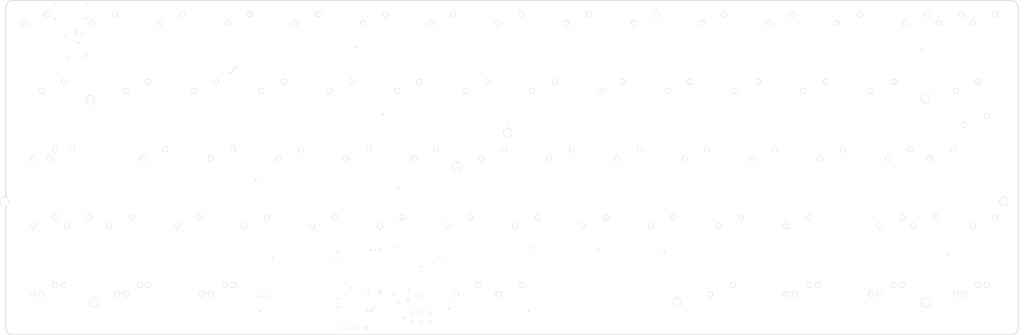
<source format=kicad_pcb>
(kicad_pcb (version 4) (generator "gerbview") (generator_version "8.0")

  (layers 
    (0 F.Cu signal)
    (31 B.Cu signal)
    (32 B.Adhes user)
    (33 F.Adhes user)
    (34 B.Paste user)
    (35 F.Paste user)
    (36 B.SilkS user)
    (37 F.SilkS user)
    (38 B.Mask user)
    (39 F.Mask user)
    (40 Dwgs.User user)
    (41 Cmts.User user)
    (42 Eco1.User user)
    (43 Eco2.User user)
    (44 Edge.Cuts user)
  )

(gr_line (start 283.225 0.525) (end 2.525 0.525) (layer Edge.Cuts) (width 0.2))
(gr_arc (start 2.525 2.525) (end 0.525 2.525) (angle 90) (layer Edge.Cuts) (width 0.2))
(gr_arc (start 283.225 92.72506) (end 285.225 92.72506) (angle 90) (layer Edge.Cuts) (width 0.2))
(gr_line (start 2.525 94.72506) (end 283.225 94.72506) (layer Edge.Cuts) (width 0.2))
(gr_line (start 0.525 2.525) (end 0.525 92.72506) (layer Edge.Cuts) (width 0.2))
(gr_arc (start 283.225 2.525) (end 283.225 0.525) (angle 90) (layer Edge.Cuts) (width 0.2))
(gr_arc (start 2.525 92.72506) (end 2.525 94.72506) (angle 90) (layer Edge.Cuts) (width 0.2))
(gr_line (start 285.225 92.72506) (end 285.225 2.525) (layer Edge.Cuts) (width 0.2))
(gr_circle (center 17.26438 10.71626) (end 17.46377 10.71626)(layer Dwgs.User) (width 0) (fill solid) )
(gr_circle (center 17.85874 16.67002) (end 18.05813 16.67002)(layer Dwgs.User) (width 0) (fill solid) )
(gr_circle (center 19.99996 9.779) (end 20.19935 9.779)(layer Dwgs.User) (width 0) (fill solid) )
(gr_circle (center 20.07616 8.93064) (end 20.27555 8.93064)(layer Dwgs.User) (width 0) (fill solid) )
(gr_circle (center 20.83562 12.50188) (end 21.03501 12.50188)(layer Dwgs.User) (width 0) (fill solid) )
(gr_circle (center 22.02688 10.11936) (end 22.22627 10.11936)(layer Dwgs.User) (width 0) (fill solid) )
(gr_circle (center 22.0345 16.6624) (end 22.23389 16.6624)(layer Dwgs.User) (width 0) (fill solid) )
(gr_circle (center 22.62124 16.07312) (end 22.82063 16.07312)(layer Dwgs.User) (width 0) (fill solid) )
(gr_circle (center 23.21814 15.47876) (end 23.41753 15.47876)(layer Dwgs.User) (width 0) (fill solid) )
(gr_circle (center 63.58636 20.94738) (end 63.78575 20.94738)(layer Dwgs.User) (width 0) (fill solid) )
(gr_circle (center 64.29502 20.24126) (end 64.49441 20.24126)(layer Dwgs.User) (width 0) (fill solid) )
(gr_circle (center 65.00114 19.5326) (end 65.20053 19.5326)(layer Dwgs.User) (width 0) (fill solid) )
(gr_circle (center 70.84314 51.19624) (end 71.04253 51.19624)(layer Dwgs.User) (width 0) (fill solid) )
(gr_circle (center 72.03186 83.93938) (end 72.23125 83.93938)(layer Dwgs.User) (width 0) (fill solid) )
(gr_circle (center 72.03186 88.10752) (end 72.23125 88.10752)(layer Dwgs.User) (width 0) (fill solid) )
(gr_circle (center 73.22312 83.93938) (end 73.42251 83.93938)(layer Dwgs.User) (width 0) (fill solid) )
(gr_circle (center 74.41438 83.93938) (end 74.61377 83.93938)(layer Dwgs.User) (width 0) (fill solid) )
(gr_circle (center 75.60564 73.22312) (end 75.80503 73.22312)(layer Dwgs.User) (width 0) (fill solid) )
(gr_circle (center 93.46438 73.03516) (end 93.66377 73.03516)(layer Dwgs.User) (width 0) (fill solid) )
(gr_circle (center 94.05874 71.4375) (end 94.25813 71.4375)(layer Dwgs.User) (width 0) (fill solid) )
(gr_circle (center 94.05874 84.53374) (end 94.25813 84.53374)(layer Dwgs.User) (width 0) (fill solid) )
(gr_circle (center 94.05874 86.91626) (end 94.25813 86.91626)(layer Dwgs.User) (width 0) (fill solid) )
(gr_circle (center 97.63252 81.55686) (end 97.83191 81.55686)(layer Dwgs.User) (width 0) (fill solid) )
(gr_circle (center 98.82124 13.69314) (end 99.02063 13.69314)(layer Dwgs.User) (width 0) (fill solid) )
(gr_circle (center 102.1461 88.14816) (end 102.34549 88.14816)(layer Dwgs.User) (width 0) (fill solid) )
(gr_circle (center 102.39502 83.31454) (end 102.59441 83.31454)(layer Dwgs.User) (width 0) (fill solid) )
(gr_circle (center 102.98938 70.84314) (end 103.18877 70.84314)(layer Dwgs.User) (width 0) (fill solid) )
(gr_circle (center 102.98938 88.10752) (end 103.18877 88.10752)(layer Dwgs.User) (width 0) (fill solid) )
(gr_circle (center 103.58374 87.51062) (end 103.78313 87.51062)(layer Dwgs.User) (width 0) (fill solid) )
(gr_circle (center 104.18064 86.91626) (end 104.38003 86.91626)(layer Dwgs.User) (width 0) (fill solid) )
(gr_circle (center 104.37114 70.84314) (end 104.57053 70.84314)(layer Dwgs.User) (width 0) (fill solid) )
(gr_circle (center 105.76052 70.84314) (end 105.95991 70.84314)(layer Dwgs.User) (width 0) (fill solid) )
(gr_circle (center 105.78084 82.56524) (end 105.98023 82.56524)(layer Dwgs.User) (width 0) (fill solid) )
(gr_circle (center 105.96626 83.34502) (end 106.16565 83.34502)(layer Dwgs.User) (width 0) (fill solid) )
(gr_circle (center 106.56062 32.74314) (end 106.76001 32.74314)(layer Dwgs.User) (width 0) (fill solid) )
(gr_circle (center 109.5375 83.34502) (end 109.73689 83.34502)(layer Dwgs.User) (width 0) (fill solid) )
(gr_circle (center 109.75086 70.08622) (end 109.95025 70.08622)(layer Dwgs.User) (width 0) (fill solid) )
(gr_circle (center 110.72876 53.57876) (end 110.92815 53.57876)(layer Dwgs.User) (width 0) (fill solid) )
(gr_circle (center 110.72876 85.69452) (end 110.92815 85.69452)(layer Dwgs.User) (width 0) (fill solid) )
(gr_circle (center 112.51438 89.89314) (end 112.71377 89.89314)(layer Dwgs.User) (width 0) (fill solid) )
(gr_circle (center 113.61674 85.06968) (end 113.81613 85.06968)(layer Dwgs.User) (width 0) (fill solid) )
(gr_circle (center 113.70564 82.15376) (end 113.90503 82.15376)(layer Dwgs.User) (width 0) (fill solid) )
(gr_circle (center 117.27688 75.60564) (end 117.47627 75.60564)(layer Dwgs.User) (width 0) (fill solid) )
(gr_circle (center 117.37086 83.82) (end 117.57025 83.82)(layer Dwgs.User) (width 0) (fill solid) )
(gr_circle (center 122.63374 72.62876) (end 122.83313 72.62876)(layer Dwgs.User) (width 0) (fill solid) )
(gr_circle (center 125.16104 87.36584) (end 125.36043 87.36584)(layer Dwgs.User) (width 0) (fill solid) )
(gr_circle (center 147.6375 88.11514) (end 147.83689 88.11514)(layer Dwgs.User) (width 0) (fill solid) )
(gr_circle (center 148.23186 70.24624) (end 148.43125 70.24624)(layer Dwgs.User) (width 0) (fill solid) )
(gr_circle (center 167.28186 70.84314) (end 167.48125 70.84314)(layer Dwgs.User) (width 0) (fill solid) )
(gr_circle (center 185.7375 71.43496) (end 185.93689 71.43496)(layer Dwgs.User) (width 0) (fill solid) )
(gr_circle (center 257.76936 14.2875) (end 257.96875 14.2875)(layer Dwgs.User) (width 0) (fill solid) )
(gr_circle (center 265.38174 72.1614) (end 265.58113 72.1614)(layer Dwgs.User) (width 0) (fill solid) )
(gr_circle (center 114.73688 88.62314) (end 115.16233 88.62314)(layer Dwgs.User) (width 0) (fill solid) )
(gr_circle (center 114.73688 91.16314) (end 115.16233 91.16314)(layer Dwgs.User) (width 0) (fill solid) )
(gr_circle (center 117.27688 88.62314) (end 117.70233 88.62314)(layer Dwgs.User) (width 0) (fill solid) )
(gr_circle (center 117.27688 91.16314) (end 117.70233 91.16314)(layer Dwgs.User) (width 0) (fill solid) )
(gr_circle (center 119.81688 88.62314) (end 120.24233 88.62314)(layer Dwgs.User) (width 0) (fill solid) )
(gr_circle (center 119.81688 91.16314) (end 120.24233 91.16314)(layer Dwgs.User) (width 0) (fill solid) )
(gr_circle (center 95.84436 92.87002) (end 96.34474 92.87002)(layer Dwgs.User) (width 0) (fill solid) )
(gr_circle (center 98.82124 92.87002) (end 99.32162 92.87002)(layer Dwgs.User) (width 0) (fill solid) )
(gr_circle (center 101.79812 92.87002) (end 102.2985 92.87002)(layer Dwgs.User) (width 0) (fill solid) )
(gr_circle (center 78.74 23.495) (end 79.4893 23.495)(layer Dwgs.User) (width 0) (fill solid) )
(gr_circle (center 31.90748 83.185) (end 32.65678 83.185)(layer Dwgs.User) (width 0) (fill solid) )
(gr_circle (center 38.25748 80.645) (end 39.00678 80.645)(layer Dwgs.User) (width 0) (fill solid) )
(gr_circle (center 72.39 26.035) (end 73.1393 26.035)(layer Dwgs.User) (width 0) (fill solid) )
(gr_circle (center 29.5275 64.135) (end 30.2768 64.135)(layer Dwgs.User) (width 0) (fill solid) )
(gr_circle (center 35.8775 61.595) (end 36.6268 61.595)(layer Dwgs.User) (width 0) (fill solid) )
(gr_circle (center 167.64 26.035) (end 168.3893 26.035)(layer Dwgs.User) (width 0) (fill solid) )
(gr_circle (center 253.365 6.985) (end 254.1143 6.985)(layer Dwgs.User) (width 0) (fill solid) )
(gr_circle (center 259.715 4.445) (end 260.4643 4.445)(layer Dwgs.User) (width 0) (fill solid) )
(gr_circle (center 173.99 23.495) (end 174.7393 23.495)(layer Dwgs.User) (width 0) (fill solid) )
(gr_circle (center 210.5025 45.085) (end 211.2518 45.085)(layer Dwgs.User) (width 0) (fill solid) )
(gr_circle (center 216.8525 42.545) (end 217.6018 42.545)(layer Dwgs.User) (width 0) (fill solid) )
(gr_circle (center 24.765 6.985) (end 25.5143 6.985)(layer Dwgs.User) (width 0) (fill solid) )
(gr_circle (center 31.115 4.445) (end 31.8643 4.445)(layer Dwgs.User) (width 0) (fill solid) )
(gr_circle (center 186.69 26.035) (end 187.4393 26.035)(layer Dwgs.User) (width 0) (fill solid) )
(gr_circle (center 193.04 23.495) (end 193.7893 23.495)(layer Dwgs.User) (width 0) (fill solid) )
(gr_circle (center 139.065 6.985) (end 139.8143 6.985)(layer Dwgs.User) (width 0) (fill solid) )
(gr_circle (center 145.415 4.445) (end 146.1643 4.445)(layer Dwgs.User) (width 0) (fill solid) )
(gr_circle (center 124.7775 64.135) (end 125.5268 64.135)(layer Dwgs.User) (width 0) (fill solid) )
(gr_circle (center 131.1275 61.595) (end 131.8768 61.595)(layer Dwgs.User) (width 0) (fill solid) )
(gr_circle (center 221.615 4.445) (end 222.3643 4.445)(layer Dwgs.User) (width 0) (fill solid) )
(gr_circle (center 188.2775 61.595) (end 189.0268 61.595)(layer Dwgs.User) (width 0) (fill solid) )
(gr_circle (center 215.265 6.985) (end 216.0143 6.985)(layer Dwgs.User) (width 0) (fill solid) )
(gr_circle (center 205.74 26.035) (end 206.4893 26.035)(layer Dwgs.User) (width 0) (fill solid) )
(gr_circle (center 212.09 23.495) (end 212.8393 23.495)(layer Dwgs.User) (width 0) (fill solid) )
(gr_circle (center 181.9275 64.135) (end 182.6768 64.135)(layer Dwgs.User) (width 0) (fill solid) )
(gr_circle (center 143.8275 64.135) (end 144.5768 64.135)(layer Dwgs.User) (width 0) (fill solid) )
(gr_circle (center 267.6525 26.035) (end 268.4018 26.035)(layer Dwgs.User) (width 0) (fill solid) )
(gr_circle (center 274.0025 23.495) (end 274.7518 23.495)(layer Dwgs.User) (width 0) (fill solid) )
(gr_circle (center 198.59498 83.185) (end 199.34428 83.185)(layer Dwgs.User) (width 0) (fill solid) )
(gr_circle (center 204.94498 80.645) (end 205.69428 80.645)(layer Dwgs.User) (width 0) (fill solid) )
(gr_circle (center 115.2525 45.085) (end 116.0018 45.085)(layer Dwgs.User) (width 0) (fill solid) )
(gr_circle (center 121.6025 42.545) (end 122.3518 42.545)(layer Dwgs.User) (width 0) (fill solid) )
(gr_circle (center 86.6775 64.135) (end 87.4268 64.135)(layer Dwgs.User) (width 0) (fill solid) )
(gr_circle (center 93.0275 61.595) (end 93.7768 61.595)(layer Dwgs.User) (width 0) (fill solid) )
(gr_circle (center 150.1775 61.595) (end 150.9268 61.595)(layer Dwgs.User) (width 0) (fill solid) )
(gr_circle (center 272.415 64.135) (end 273.1643 64.135)(layer Dwgs.User) (width 0) (fill solid) )
(gr_circle (center 278.765 61.595) (end 279.5143 61.595)(layer Dwgs.User) (width 0) (fill solid) )
(gr_circle (center 262.89 6.985) (end 263.6393 6.985)(layer Dwgs.User) (width 0) (fill solid) )
(gr_circle (center 269.24 4.445) (end 269.9893 4.445)(layer Dwgs.User) (width 0) (fill solid) )
(gr_circle (center 243.84 83.185) (end 244.5893 83.185)(layer Dwgs.User) (width 0) (fill solid) )
(gr_circle (center 250.19 80.645) (end 250.9393 80.645)(layer Dwgs.User) (width 0) (fill solid) )
(gr_circle (center 162.8775 64.135) (end 163.6268 64.135)(layer Dwgs.User) (width 0) (fill solid) )
(gr_circle (center 81.915 6.985) (end 82.6643 6.985)(layer Dwgs.User) (width 0) (fill solid) )
(gr_circle (center 260.50748 45.085) (end 261.25678 45.085)(layer Dwgs.User) (width 0) (fill solid) )
(gr_circle (center 266.85748 42.545) (end 267.60678 42.545)(layer Dwgs.User) (width 0) (fill solid) )
(gr_circle (center 110.49 26.035) (end 111.2393 26.035)(layer Dwgs.User) (width 0) (fill solid) )
(gr_circle (center 169.2275 61.595) (end 169.9768 61.595)(layer Dwgs.User) (width 0) (fill solid) )
(gr_circle (center 116.84 23.495) (end 117.5893 23.495)(layer Dwgs.User) (width 0) (fill solid) )
(gr_circle (center 19.20748 42.545) (end 19.95678 42.545)(layer Dwgs.User) (width 0) (fill solid) )
(gr_circle (center 243.84 26.035) (end 244.5893 26.035)(layer Dwgs.User) (width 0) (fill solid) )
(gr_circle (center 250.19 23.495) (end 250.9393 23.495)(layer Dwgs.User) (width 0) (fill solid) )
(gr_circle (center 54.9275 61.595) (end 55.6768 61.595)(layer Dwgs.User) (width 0) (fill solid) )
(gr_circle (center 100.965 6.985) (end 101.7143 6.985)(layer Dwgs.User) (width 0) (fill solid) )
(gr_circle (center 107.315 4.445) (end 108.0643 4.445)(layer Dwgs.User) (width 0) (fill solid) )
(gr_circle (center 48.5775 64.135) (end 49.3268 64.135)(layer Dwgs.User) (width 0) (fill solid) )
(gr_circle (center 12.85748 45.085) (end 13.60678 45.085)(layer Dwgs.User) (width 0) (fill solid) )
(gr_circle (center 34.29 83.185) (end 35.0393 83.185)(layer Dwgs.User) (width 0) (fill solid) )
(gr_circle (center 40.64 80.645) (end 41.3893 80.645)(layer Dwgs.User) (width 0) (fill solid) )
(gr_circle (center 148.59 26.035) (end 149.3393 26.035)(layer Dwgs.User) (width 0) (fill solid) )
(gr_circle (center 154.94 23.495) (end 155.6893 23.495)(layer Dwgs.User) (width 0) (fill solid) )
(gr_circle (center 88.265 4.445) (end 89.0143 4.445)(layer Dwgs.User) (width 0) (fill solid) )
(gr_circle (center 224.79 26.035) (end 225.5393 26.035)(layer Dwgs.User) (width 0) (fill solid) )
(gr_circle (center 231.14 23.495) (end 231.8893 23.495)(layer Dwgs.User) (width 0) (fill solid) )
(gr_circle (center 172.4025 45.085) (end 173.1518 45.085)(layer Dwgs.User) (width 0) (fill solid) )
(gr_circle (center 234.315 6.985) (end 235.0643 6.985)(layer Dwgs.User) (width 0) (fill solid) )
(gr_circle (center 240.665 4.445) (end 241.4143 4.445)(layer Dwgs.User) (width 0) (fill solid) )
(gr_circle (center 255.74752 64.135) (end 256.49682 64.135)(layer Dwgs.User) (width 0) (fill solid) )
(gr_circle (center 262.09752 61.595) (end 262.84682 61.595)(layer Dwgs.User) (width 0) (fill solid) )
(gr_circle (center 246.22252 64.135) (end 246.97182 64.135)(layer Dwgs.User) (width 0) (fill solid) )
(gr_circle (center 252.57252 61.595) (end 253.32182 61.595)(layer Dwgs.User) (width 0) (fill solid) )
(gr_circle (center 220.0275 64.135) (end 220.7768 64.135)(layer Dwgs.User) (width 0) (fill solid) )
(gr_circle (center 226.3775 61.595) (end 227.1268 61.595)(layer Dwgs.User) (width 0) (fill solid) )
(gr_circle (center 77.1525 45.085) (end 77.9018 45.085)(layer Dwgs.User) (width 0) (fill solid) )
(gr_circle (center 134.3025 45.085) (end 135.0518 45.085)(layer Dwgs.User) (width 0) (fill solid) )
(gr_circle (center 127.15748 83.185) (end 127.90678 83.185)(layer Dwgs.User) (width 0) (fill solid) )
(gr_circle (center 133.50748 80.645) (end 134.25678 80.645)(layer Dwgs.User) (width 0) (fill solid) )
(gr_circle (center 153.3525 45.085) (end 154.1018 45.085)(layer Dwgs.User) (width 0) (fill solid) )
(gr_circle (center 159.7025 42.545) (end 160.4518 42.545)(layer Dwgs.User) (width 0) (fill solid) )
(gr_circle (center 270.03502 35.56) (end 270.78432 35.56)(layer Dwgs.User) (width 0) (fill solid) )
(gr_circle (center 276.38502 33.02) (end 277.13432 33.02)(layer Dwgs.User) (width 0) (fill solid) )
(gr_circle (center 140.6525 42.545) (end 141.4018 42.545)(layer Dwgs.User) (width 0) (fill solid) )
(gr_circle (center 83.5025 42.545) (end 84.2518 42.545)(layer Dwgs.User) (width 0) (fill solid) )
(gr_circle (center 222.40748 83.185) (end 223.15678 83.185)(layer Dwgs.User) (width 0) (fill solid) )
(gr_circle (center 178.7525 42.545) (end 179.5018 42.545)(layer Dwgs.User) (width 0) (fill solid) )
(gr_circle (center 220.0275 83.185) (end 220.7768 83.185)(layer Dwgs.User) (width 0) (fill solid) )
(gr_circle (center 5.715 6.985) (end 6.4643 6.985)(layer Dwgs.User) (width 0) (fill solid) )
(gr_circle (center 12.065 4.445) (end 12.8143 4.445)(layer Dwgs.User) (width 0) (fill solid) )
(gr_circle (center 228.75748 80.645) (end 229.50678 80.645)(layer Dwgs.User) (width 0) (fill solid) )
(gr_circle (center 8.09498 64.135) (end 8.84428 64.135)(layer Dwgs.User) (width 0) (fill solid) )
(gr_circle (center 14.44498 61.595) (end 15.19428 61.595)(layer Dwgs.User) (width 0) (fill solid) )
(gr_circle (center 10.4775 83.185) (end 11.2268 83.185)(layer Dwgs.User) (width 0) (fill solid) )
(gr_circle (center 16.8275 80.645) (end 17.5768 80.645)(layer Dwgs.User) (width 0) (fill solid) )
(gr_circle (center 158.115 6.985) (end 158.8643 6.985)(layer Dwgs.User) (width 0) (fill solid) )
(gr_circle (center 164.465 4.445) (end 165.2143 4.445)(layer Dwgs.User) (width 0) (fill solid) )
(gr_circle (center 34.29 26.035) (end 35.0393 26.035)(layer Dwgs.User) (width 0) (fill solid) )
(gr_circle (center 40.64 23.495) (end 41.3893 23.495)(layer Dwgs.User) (width 0) (fill solid) )
(gr_circle (center 226.3775 80.645) (end 227.1268 80.645)(layer Dwgs.User) (width 0) (fill solid) )
(gr_circle (center 248.6025 45.085) (end 249.3518 45.085)(layer Dwgs.User) (width 0) (fill solid) )
(gr_circle (center 254.9525 42.545) (end 255.7018 42.545)(layer Dwgs.User) (width 0) (fill solid) )
(gr_circle (center 177.165 6.985) (end 177.9143 6.985)(layer Dwgs.User) (width 0) (fill solid) )
(gr_circle (center 183.515 4.445) (end 184.2643 4.445)(layer Dwgs.User) (width 0) (fill solid) )
(gr_circle (center 272.415 6.985) (end 273.1643 6.985)(layer Dwgs.User) (width 0) (fill solid) )
(gr_circle (center 278.765 4.445) (end 279.5143 4.445)(layer Dwgs.User) (width 0) (fill solid) )
(gr_circle (center 191.4525 45.085) (end 192.2018 45.085)(layer Dwgs.User) (width 0) (fill solid) )
(gr_circle (center 197.8025 42.545) (end 198.5518 42.545)(layer Dwgs.User) (width 0) (fill solid) )
(gr_circle (center 62.865 6.985) (end 63.6143 6.985)(layer Dwgs.User) (width 0) (fill solid) )
(gr_circle (center 69.215 4.445) (end 69.9643 4.445)(layer Dwgs.User) (width 0) (fill solid) )
(gr_circle (center 39.0525 45.085) (end 39.8018 45.085)(layer Dwgs.User) (width 0) (fill solid) )
(gr_circle (center 45.4025 42.545) (end 46.1518 42.545)(layer Dwgs.User) (width 0) (fill solid) )
(gr_circle (center 267.6525 83.185) (end 268.4018 83.185)(layer Dwgs.User) (width 0) (fill solid) )
(gr_circle (center 55.72252 83.185) (end 56.47182 83.185)(layer Dwgs.User) (width 0) (fill solid) )
(gr_circle (center 62.07252 80.645) (end 62.82182 80.645)(layer Dwgs.User) (width 0) (fill solid) )
(gr_circle (center 8.09498 45.085) (end 8.84428 45.085)(layer Dwgs.User) (width 0) (fill solid) )
(gr_circle (center 14.44498 42.545) (end 15.19428 42.545)(layer Dwgs.User) (width 0) (fill solid) )
(gr_circle (center 139.065 83.185) (end 139.8143 83.185)(layer Dwgs.User) (width 0) (fill solid) )
(gr_circle (center 145.415 80.645) (end 146.1643 80.645)(layer Dwgs.User) (width 0) (fill solid) )
(gr_circle (center 58.1025 83.185) (end 58.8518 83.185)(layer Dwgs.User) (width 0) (fill solid) )
(gr_circle (center 64.4525 80.645) (end 65.2018 80.645)(layer Dwgs.User) (width 0) (fill solid) )
(gr_circle (center 274.0025 80.645) (end 274.7518 80.645)(layer Dwgs.User) (width 0) (fill solid) )
(gr_circle (center 96.2025 45.085) (end 96.9518 45.085)(layer Dwgs.User) (width 0) (fill solid) )
(gr_circle (center 102.5525 42.545) (end 103.3018 42.545)(layer Dwgs.User) (width 0) (fill solid) )
(gr_circle (center 129.54 26.035) (end 130.2893 26.035)(layer Dwgs.User) (width 0) (fill solid) )
(gr_circle (center 135.89 23.495) (end 136.6393 23.495)(layer Dwgs.User) (width 0) (fill solid) )
(gr_circle (center 196.215 6.985) (end 196.9643 6.985)(layer Dwgs.User) (width 0) (fill solid) )
(gr_circle (center 202.565 4.445) (end 203.3143 4.445)(layer Dwgs.User) (width 0) (fill solid) )
(gr_circle (center 10.4775 26.035) (end 11.2268 26.035)(layer Dwgs.User) (width 0) (fill solid) )
(gr_circle (center 16.8275 23.495) (end 17.5768 23.495)(layer Dwgs.User) (width 0) (fill solid) )
(gr_circle (center 53.34 26.035) (end 54.0893 26.035)(layer Dwgs.User) (width 0) (fill solid) )
(gr_circle (center 59.69 23.495) (end 60.4393 23.495)(layer Dwgs.User) (width 0) (fill solid) )
(gr_circle (center 43.815 6.985) (end 44.5643 6.985)(layer Dwgs.User) (width 0) (fill solid) )
(gr_circle (center 50.165 4.445) (end 50.9143 4.445)(layer Dwgs.User) (width 0) (fill solid) )
(gr_circle (center 8.09498 83.185) (end 8.84428 83.185)(layer Dwgs.User) (width 0) (fill solid) )
(gr_circle (center 14.44498 80.645) (end 15.19428 80.645)(layer Dwgs.User) (width 0) (fill solid) )
(gr_circle (center 270.03248 83.185) (end 270.78178 83.185)(layer Dwgs.User) (width 0) (fill solid) )
(gr_circle (center 276.38248 80.645) (end 277.13178 80.645)(layer Dwgs.User) (width 0) (fill solid) )
(gr_circle (center 200.9775 64.135) (end 201.7268 64.135)(layer Dwgs.User) (width 0) (fill solid) )
(gr_circle (center 120.015 6.985) (end 120.7643 6.985)(layer Dwgs.User) (width 0) (fill solid) )
(gr_circle (center 246.21998 83.185) (end 246.96928 83.185)(layer Dwgs.User) (width 0) (fill solid) )
(gr_circle (center 252.56998 80.645) (end 253.31928 80.645)(layer Dwgs.User) (width 0) (fill solid) )
(gr_circle (center 207.3275 61.595) (end 208.0768 61.595)(layer Dwgs.User) (width 0) (fill solid) )
(gr_circle (center 67.6275 64.135) (end 68.3768 64.135)(layer Dwgs.User) (width 0) (fill solid) )
(gr_circle (center 73.9775 61.595) (end 74.7268 61.595)(layer Dwgs.User) (width 0) (fill solid) )
(gr_circle (center 17.61998 64.135) (end 18.36928 64.135)(layer Dwgs.User) (width 0) (fill solid) )
(gr_circle (center 23.96998 61.595) (end 24.71928 61.595)(layer Dwgs.User) (width 0) (fill solid) )
(gr_circle (center 229.5525 45.085) (end 230.3018 45.085)(layer Dwgs.User) (width 0) (fill solid) )
(gr_circle (center 235.9025 42.545) (end 236.6518 42.545)(layer Dwgs.User) (width 0) (fill solid) )
(gr_circle (center 105.7275 64.135) (end 106.4768 64.135)(layer Dwgs.User) (width 0) (fill solid) )
(gr_circle (center 112.0775 61.595) (end 112.8268 61.595)(layer Dwgs.User) (width 0) (fill solid) )
(gr_circle (center 126.365 4.445) (end 127.1143 4.445)(layer Dwgs.User) (width 0) (fill solid) )
(gr_circle (center 58.1025 45.085) (end 58.8518 45.085)(layer Dwgs.User) (width 0) (fill solid) )
(gr_circle (center 64.4525 42.545) (end 65.2018 42.545)(layer Dwgs.User) (width 0) (fill solid) )
(gr_circle (center 91.44 26.035) (end 92.1893 26.035)(layer Dwgs.User) (width 0) (fill solid) )
(gr_circle (center 97.79 23.495) (end 98.5393 23.495)(layer Dwgs.User) (width 0) (fill solid) )
(gr_line (start 14.24686 1.67894) (end 14.24686 2.28092) (layer Dwgs.User) (width 0.59944))
(gr_line (start 14.24686 5.61086) (end 14.24686 6.71068) (layer Dwgs.User) (width 0.59944))
(gr_line (start 22.88794 1.67894) (end 22.88794 2.28092) (layer Dwgs.User) (width 0.59944))
(gr_line (start 22.88794 5.61086) (end 22.88794 6.71068) (layer Dwgs.User) (width 0.59944))
(gr_line (start 189.25032 85.52434) (end 191.74968 85.52434) (layer Dwgs.User) (width 2.49936))
(gr_line (start 127.33782 47.42434) (end 129.83718 47.42434) (layer Dwgs.User) (width 2.49936))
(gr_line (start 24.35098 28.575) (end 26.85034 28.575) (layer Dwgs.User) (width 2.49936))
(gr_line (start 25.3746 85.725) (end 27.87396 85.725) (layer Dwgs.User) (width 2.49936))
(gr_line (start 0.13208 57.1246) (end 4.63042 57.1246) (layer Dwgs.User) (width 2.49936))
(gr_line (start 259.17398 28.22702) (end 261.67588 28.22702) (layer Dwgs.User) (width 2.49936))
(gr_line (start 259.17906 85.725) (end 261.68096 85.725) (layer Dwgs.User) (width 2.49936))
(gr_line (start 281.11958 57.1246) (end 285.61792 57.1246) (layer Dwgs.User) (width 2.49936))
(gr_line (start 141.62532 37.74948) (end 144.12468 37.74948) (layer Dwgs.User) (width 2.49936))
 (via (at 17.26438 10.71626) (size 0.39879) (drill 0.39878) (layers F.Cu B.Cu))
 (via (at 17.85874 16.67002) (size 0.39879) (drill 0.39878) (layers F.Cu B.Cu))
 (via (at 19.99996 9.779) (size 0.39879) (drill 0.39878) (layers F.Cu B.Cu))
 (via (at 20.07616 8.93064) (size 0.39879) (drill 0.39878) (layers F.Cu B.Cu))
 (via (at 20.83562 12.50188) (size 0.39879) (drill 0.39878) (layers F.Cu B.Cu))
 (via (at 22.02688 10.11936) (size 0.39879) (drill 0.39878) (layers F.Cu B.Cu))
 (via (at 22.0345 16.6624) (size 0.39879) (drill 0.39878) (layers F.Cu B.Cu))
 (via (at 22.62124 16.07312) (size 0.39879) (drill 0.39878) (layers F.Cu B.Cu))
 (via (at 23.21814 15.47876) (size 0.39879) (drill 0.39878) (layers F.Cu B.Cu))
 (via (at 63.58636 20.94738) (size 0.39879) (drill 0.39878) (layers F.Cu B.Cu))
 (via (at 64.29502 20.24126) (size 0.39879) (drill 0.39878) (layers F.Cu B.Cu))
 (via (at 65.00114 19.5326) (size 0.39879) (drill 0.39878) (layers F.Cu B.Cu))
 (via (at 70.84314 51.19624) (size 0.39879) (drill 0.39878) (layers F.Cu B.Cu))
 (via (at 72.03186 83.93938) (size 0.39879) (drill 0.39878) (layers F.Cu B.Cu))
 (via (at 72.03186 88.10752) (size 0.39879) (drill 0.39878) (layers F.Cu B.Cu))
 (via (at 73.22312 83.93938) (size 0.39879) (drill 0.39878) (layers F.Cu B.Cu))
 (via (at 74.41438 83.93938) (size 0.39879) (drill 0.39878) (layers F.Cu B.Cu))
 (via (at 75.60564 73.22312) (size 0.39879) (drill 0.39878) (layers F.Cu B.Cu))
 (via (at 93.46438 73.03516) (size 0.39879) (drill 0.39878) (layers F.Cu B.Cu))
 (via (at 94.05874 71.4375) (size 0.39879) (drill 0.39878) (layers F.Cu B.Cu))
 (via (at 94.05874 84.53374) (size 0.39879) (drill 0.39878) (layers F.Cu B.Cu))
 (via (at 94.05874 86.91626) (size 0.39879) (drill 0.39878) (layers F.Cu B.Cu))
 (via (at 97.63252 81.55686) (size 0.39879) (drill 0.39878) (layers F.Cu B.Cu))
 (via (at 98.82124 13.69314) (size 0.39879) (drill 0.39878) (layers F.Cu B.Cu))
 (via (at 102.1461 88.14816) (size 0.39879) (drill 0.39878) (layers F.Cu B.Cu))
 (via (at 102.39502 83.31454) (size 0.39879) (drill 0.39878) (layers F.Cu B.Cu))
 (via (at 102.98938 70.84314) (size 0.39879) (drill 0.39878) (layers F.Cu B.Cu))
 (via (at 102.98938 88.10752) (size 0.39879) (drill 0.39878) (layers F.Cu B.Cu))
 (via (at 103.58374 87.51062) (size 0.39879) (drill 0.39878) (layers F.Cu B.Cu))
 (via (at 104.18064 86.91626) (size 0.39879) (drill 0.39878) (layers F.Cu B.Cu))
 (via (at 104.37114 70.84314) (size 0.39879) (drill 0.39878) (layers F.Cu B.Cu))
 (via (at 105.76052 70.84314) (size 0.39879) (drill 0.39878) (layers F.Cu B.Cu))
 (via (at 105.78084 82.56524) (size 0.39879) (drill 0.39878) (layers F.Cu B.Cu))
 (via (at 105.96626 83.34502) (size 0.39879) (drill 0.39878) (layers F.Cu B.Cu))
 (via (at 106.56062 32.74314) (size 0.39879) (drill 0.39878) (layers F.Cu B.Cu))
 (via (at 109.5375 83.34502) (size 0.39879) (drill 0.39878) (layers F.Cu B.Cu))
 (via (at 109.75086 70.08622) (size 0.39879) (drill 0.39878) (layers F.Cu B.Cu))
 (via (at 110.72876 53.57876) (size 0.39879) (drill 0.39878) (layers F.Cu B.Cu))
 (via (at 110.72876 85.69452) (size 0.39879) (drill 0.39878) (layers F.Cu B.Cu))
 (via (at 112.51438 89.89314) (size 0.39879) (drill 0.39878) (layers F.Cu B.Cu))
 (via (at 113.61674 85.06968) (size 0.39879) (drill 0.39878) (layers F.Cu B.Cu))
 (via (at 113.70564 82.15376) (size 0.39879) (drill 0.39878) (layers F.Cu B.Cu))
 (via (at 117.27688 75.60564) (size 0.39879) (drill 0.39878) (layers F.Cu B.Cu))
 (via (at 117.37086 83.82) (size 0.39879) (drill 0.39878) (layers F.Cu B.Cu))
 (via (at 122.63374 72.62876) (size 0.39879) (drill 0.39878) (layers F.Cu B.Cu))
 (via (at 125.16104 87.36584) (size 0.39879) (drill 0.39878) (layers F.Cu B.Cu))
 (via (at 147.6375 88.11514) (size 0.39879) (drill 0.39878) (layers F.Cu B.Cu))
 (via (at 148.23186 70.24624) (size 0.39879) (drill 0.39878) (layers F.Cu B.Cu))
 (via (at 167.28186 70.84314) (size 0.39879) (drill 0.39878) (layers F.Cu B.Cu))
 (via (at 185.7375 71.43496) (size 0.39879) (drill 0.39878) (layers F.Cu B.Cu))
 (via (at 257.76936 14.2875) (size 0.39879) (drill 0.39878) (layers F.Cu B.Cu))
 (via (at 265.38174 72.1614) (size 0.39879) (drill 0.39878) (layers F.Cu B.Cu))
 (via (at 114.73688 88.62314) (size 0.85091) (drill 0.8509) (layers F.Cu B.Cu))
 (via (at 114.73688 91.16314) (size 0.85091) (drill 0.8509) (layers F.Cu B.Cu))
 (via (at 117.27688 88.62314) (size 0.85091) (drill 0.8509) (layers F.Cu B.Cu))
 (via (at 117.27688 91.16314) (size 0.85091) (drill 0.8509) (layers F.Cu B.Cu))
 (via (at 119.81688 88.62314) (size 0.85091) (drill 0.8509) (layers F.Cu B.Cu))
 (via (at 119.81688 91.16314) (size 0.85091) (drill 0.8509) (layers F.Cu B.Cu))
 (via (at 95.84436 92.87002) (size 1.00077) (drill 1.00076) (layers F.Cu B.Cu))
 (via (at 98.82124 92.87002) (size 1.00077) (drill 1.00076) (layers F.Cu B.Cu))
 (via (at 101.79812 92.87002) (size 1.00077) (drill 1.00076) (layers F.Cu B.Cu))
 (via (at 78.74 23.495) (size 1.49861) (drill 1.4986) (layers F.Cu B.Cu))
 (via (at 31.90748 83.185) (size 1.49861) (drill 1.4986) (layers F.Cu B.Cu))
 (via (at 38.25748 80.645) (size 1.49861) (drill 1.4986) (layers F.Cu B.Cu))
 (via (at 72.39 26.035) (size 1.49861) (drill 1.4986) (layers F.Cu B.Cu))
 (via (at 29.5275 64.135) (size 1.49861) (drill 1.4986) (layers F.Cu B.Cu))
 (via (at 35.8775 61.595) (size 1.49861) (drill 1.4986) (layers F.Cu B.Cu))
 (via (at 167.64 26.035) (size 1.49861) (drill 1.4986) (layers F.Cu B.Cu))
 (via (at 253.365 6.985) (size 1.49861) (drill 1.4986) (layers F.Cu B.Cu))
 (via (at 259.715 4.445) (size 1.49861) (drill 1.4986) (layers F.Cu B.Cu))
 (via (at 173.99 23.495) (size 1.49861) (drill 1.4986) (layers F.Cu B.Cu))
 (via (at 210.5025 45.085) (size 1.49861) (drill 1.4986) (layers F.Cu B.Cu))
 (via (at 216.8525 42.545) (size 1.49861) (drill 1.4986) (layers F.Cu B.Cu))
 (via (at 24.765 6.985) (size 1.49861) (drill 1.4986) (layers F.Cu B.Cu))
 (via (at 31.115 4.445) (size 1.49861) (drill 1.4986) (layers F.Cu B.Cu))
 (via (at 186.69 26.035) (size 1.49861) (drill 1.4986) (layers F.Cu B.Cu))
 (via (at 193.04 23.495) (size 1.49861) (drill 1.4986) (layers F.Cu B.Cu))
 (via (at 139.065 6.985) (size 1.49861) (drill 1.4986) (layers F.Cu B.Cu))
 (via (at 145.415 4.445) (size 1.49861) (drill 1.4986) (layers F.Cu B.Cu))
 (via (at 124.7775 64.135) (size 1.49861) (drill 1.4986) (layers F.Cu B.Cu))
 (via (at 131.1275 61.595) (size 1.49861) (drill 1.4986) (layers F.Cu B.Cu))
 (via (at 221.615 4.445) (size 1.49861) (drill 1.4986) (layers F.Cu B.Cu))
 (via (at 188.2775 61.595) (size 1.49861) (drill 1.4986) (layers F.Cu B.Cu))
 (via (at 215.265 6.985) (size 1.49861) (drill 1.4986) (layers F.Cu B.Cu))
 (via (at 205.74 26.035) (size 1.49861) (drill 1.4986) (layers F.Cu B.Cu))
 (via (at 212.09 23.495) (size 1.49861) (drill 1.4986) (layers F.Cu B.Cu))
 (via (at 181.9275 64.135) (size 1.49861) (drill 1.4986) (layers F.Cu B.Cu))
 (via (at 143.8275 64.135) (size 1.49861) (drill 1.4986) (layers F.Cu B.Cu))
 (via (at 267.6525 26.035) (size 1.49861) (drill 1.4986) (layers F.Cu B.Cu))
 (via (at 274.0025 23.495) (size 1.49861) (drill 1.4986) (layers F.Cu B.Cu))
 (via (at 198.59498 83.185) (size 1.49861) (drill 1.4986) (layers F.Cu B.Cu))
 (via (at 204.94498 80.645) (size 1.49861) (drill 1.4986) (layers F.Cu B.Cu))
 (via (at 115.2525 45.085) (size 1.49861) (drill 1.4986) (layers F.Cu B.Cu))
 (via (at 121.6025 42.545) (size 1.49861) (drill 1.4986) (layers F.Cu B.Cu))
 (via (at 86.6775 64.135) (size 1.49861) (drill 1.4986) (layers F.Cu B.Cu))
 (via (at 93.0275 61.595) (size 1.49861) (drill 1.4986) (layers F.Cu B.Cu))
 (via (at 150.1775 61.595) (size 1.49861) (drill 1.4986) (layers F.Cu B.Cu))
 (via (at 272.415 64.135) (size 1.49861) (drill 1.4986) (layers F.Cu B.Cu))
 (via (at 278.765 61.595) (size 1.49861) (drill 1.4986) (layers F.Cu B.Cu))
 (via (at 262.89 6.985) (size 1.49861) (drill 1.4986) (layers F.Cu B.Cu))
 (via (at 269.24 4.445) (size 1.49861) (drill 1.4986) (layers F.Cu B.Cu))
 (via (at 243.84 83.185) (size 1.49861) (drill 1.4986) (layers F.Cu B.Cu))
 (via (at 250.19 80.645) (size 1.49861) (drill 1.4986) (layers F.Cu B.Cu))
 (via (at 162.8775 64.135) (size 1.49861) (drill 1.4986) (layers F.Cu B.Cu))
 (via (at 81.915 6.985) (size 1.49861) (drill 1.4986) (layers F.Cu B.Cu))
 (via (at 260.50748 45.085) (size 1.49861) (drill 1.4986) (layers F.Cu B.Cu))
 (via (at 266.85748 42.545) (size 1.49861) (drill 1.4986) (layers F.Cu B.Cu))
 (via (at 110.49 26.035) (size 1.49861) (drill 1.4986) (layers F.Cu B.Cu))
 (via (at 169.2275 61.595) (size 1.49861) (drill 1.4986) (layers F.Cu B.Cu))
 (via (at 116.84 23.495) (size 1.49861) (drill 1.4986) (layers F.Cu B.Cu))
 (via (at 19.20748 42.545) (size 1.49861) (drill 1.4986) (layers F.Cu B.Cu))
 (via (at 243.84 26.035) (size 1.49861) (drill 1.4986) (layers F.Cu B.Cu))
 (via (at 250.19 23.495) (size 1.49861) (drill 1.4986) (layers F.Cu B.Cu))
 (via (at 54.9275 61.595) (size 1.49861) (drill 1.4986) (layers F.Cu B.Cu))
 (via (at 100.965 6.985) (size 1.49861) (drill 1.4986) (layers F.Cu B.Cu))
 (via (at 107.315 4.445) (size 1.49861) (drill 1.4986) (layers F.Cu B.Cu))
 (via (at 48.5775 64.135) (size 1.49861) (drill 1.4986) (layers F.Cu B.Cu))
 (via (at 12.85748 45.085) (size 1.49861) (drill 1.4986) (layers F.Cu B.Cu))
 (via (at 34.29 83.185) (size 1.49861) (drill 1.4986) (layers F.Cu B.Cu))
 (via (at 40.64 80.645) (size 1.49861) (drill 1.4986) (layers F.Cu B.Cu))
 (via (at 148.59 26.035) (size 1.49861) (drill 1.4986) (layers F.Cu B.Cu))
 (via (at 154.94 23.495) (size 1.49861) (drill 1.4986) (layers F.Cu B.Cu))
 (via (at 88.265 4.445) (size 1.49861) (drill 1.4986) (layers F.Cu B.Cu))
 (via (at 224.79 26.035) (size 1.49861) (drill 1.4986) (layers F.Cu B.Cu))
 (via (at 231.14 23.495) (size 1.49861) (drill 1.4986) (layers F.Cu B.Cu))
 (via (at 172.4025 45.085) (size 1.49861) (drill 1.4986) (layers F.Cu B.Cu))
 (via (at 234.315 6.985) (size 1.49861) (drill 1.4986) (layers F.Cu B.Cu))
 (via (at 240.665 4.445) (size 1.49861) (drill 1.4986) (layers F.Cu B.Cu))
 (via (at 255.74752 64.135) (size 1.49861) (drill 1.4986) (layers F.Cu B.Cu))
 (via (at 262.09752 61.595) (size 1.49861) (drill 1.4986) (layers F.Cu B.Cu))
 (via (at 246.22252 64.135) (size 1.49861) (drill 1.4986) (layers F.Cu B.Cu))
 (via (at 252.57252 61.595) (size 1.49861) (drill 1.4986) (layers F.Cu B.Cu))
 (via (at 220.0275 64.135) (size 1.49861) (drill 1.4986) (layers F.Cu B.Cu))
 (via (at 226.3775 61.595) (size 1.49861) (drill 1.4986) (layers F.Cu B.Cu))
 (via (at 77.1525 45.085) (size 1.49861) (drill 1.4986) (layers F.Cu B.Cu))
 (via (at 134.3025 45.085) (size 1.49861) (drill 1.4986) (layers F.Cu B.Cu))
 (via (at 127.15748 83.185) (size 1.49861) (drill 1.4986) (layers F.Cu B.Cu))
 (via (at 133.50748 80.645) (size 1.49861) (drill 1.4986) (layers F.Cu B.Cu))
 (via (at 153.3525 45.085) (size 1.49861) (drill 1.4986) (layers F.Cu B.Cu))
 (via (at 159.7025 42.545) (size 1.49861) (drill 1.4986) (layers F.Cu B.Cu))
 (via (at 270.03502 35.56) (size 1.49861) (drill 1.4986) (layers F.Cu B.Cu))
 (via (at 276.38502 33.02) (size 1.49861) (drill 1.4986) (layers F.Cu B.Cu))
 (via (at 140.6525 42.545) (size 1.49861) (drill 1.4986) (layers F.Cu B.Cu))
 (via (at 83.5025 42.545) (size 1.49861) (drill 1.4986) (layers F.Cu B.Cu))
 (via (at 222.40748 83.185) (size 1.49861) (drill 1.4986) (layers F.Cu B.Cu))
 (via (at 178.7525 42.545) (size 1.49861) (drill 1.4986) (layers F.Cu B.Cu))
 (via (at 220.0275 83.185) (size 1.49861) (drill 1.4986) (layers F.Cu B.Cu))
 (via (at 5.715 6.985) (size 1.49861) (drill 1.4986) (layers F.Cu B.Cu))
 (via (at 12.065 4.445) (size 1.49861) (drill 1.4986) (layers F.Cu B.Cu))
 (via (at 228.75748 80.645) (size 1.49861) (drill 1.4986) (layers F.Cu B.Cu))
 (via (at 8.09498 64.135) (size 1.49861) (drill 1.4986) (layers F.Cu B.Cu))
 (via (at 14.44498 61.595) (size 1.49861) (drill 1.4986) (layers F.Cu B.Cu))
 (via (at 10.4775 83.185) (size 1.49861) (drill 1.4986) (layers F.Cu B.Cu))
 (via (at 16.8275 80.645) (size 1.49861) (drill 1.4986) (layers F.Cu B.Cu))
 (via (at 158.115 6.985) (size 1.49861) (drill 1.4986) (layers F.Cu B.Cu))
 (via (at 164.465 4.445) (size 1.49861) (drill 1.4986) (layers F.Cu B.Cu))
 (via (at 34.29 26.035) (size 1.49861) (drill 1.4986) (layers F.Cu B.Cu))
 (via (at 40.64 23.495) (size 1.49861) (drill 1.4986) (layers F.Cu B.Cu))
 (via (at 226.3775 80.645) (size 1.49861) (drill 1.4986) (layers F.Cu B.Cu))
 (via (at 248.6025 45.085) (size 1.49861) (drill 1.4986) (layers F.Cu B.Cu))
 (via (at 254.9525 42.545) (size 1.49861) (drill 1.4986) (layers F.Cu B.Cu))
 (via (at 177.165 6.985) (size 1.49861) (drill 1.4986) (layers F.Cu B.Cu))
 (via (at 183.515 4.445) (size 1.49861) (drill 1.4986) (layers F.Cu B.Cu))
 (via (at 272.415 6.985) (size 1.49861) (drill 1.4986) (layers F.Cu B.Cu))
 (via (at 278.765 4.445) (size 1.49861) (drill 1.4986) (layers F.Cu B.Cu))
 (via (at 191.4525 45.085) (size 1.49861) (drill 1.4986) (layers F.Cu B.Cu))
 (via (at 197.8025 42.545) (size 1.49861) (drill 1.4986) (layers F.Cu B.Cu))
 (via (at 62.865 6.985) (size 1.49861) (drill 1.4986) (layers F.Cu B.Cu))
 (via (at 69.215 4.445) (size 1.49861) (drill 1.4986) (layers F.Cu B.Cu))
 (via (at 39.0525 45.085) (size 1.49861) (drill 1.4986) (layers F.Cu B.Cu))
 (via (at 45.4025 42.545) (size 1.49861) (drill 1.4986) (layers F.Cu B.Cu))
 (via (at 267.6525 83.185) (size 1.49861) (drill 1.4986) (layers F.Cu B.Cu))
 (via (at 55.72252 83.185) (size 1.49861) (drill 1.4986) (layers F.Cu B.Cu))
 (via (at 62.07252 80.645) (size 1.49861) (drill 1.4986) (layers F.Cu B.Cu))
 (via (at 8.09498 45.085) (size 1.49861) (drill 1.4986) (layers F.Cu B.Cu))
 (via (at 14.44498 42.545) (size 1.49861) (drill 1.4986) (layers F.Cu B.Cu))
 (via (at 139.065 83.185) (size 1.49861) (drill 1.4986) (layers F.Cu B.Cu))
 (via (at 145.415 80.645) (size 1.49861) (drill 1.4986) (layers F.Cu B.Cu))
 (via (at 58.1025 83.185) (size 1.49861) (drill 1.4986) (layers F.Cu B.Cu))
 (via (at 64.4525 80.645) (size 1.49861) (drill 1.4986) (layers F.Cu B.Cu))
 (via (at 274.0025 80.645) (size 1.49861) (drill 1.4986) (layers F.Cu B.Cu))
 (via (at 96.2025 45.085) (size 1.49861) (drill 1.4986) (layers F.Cu B.Cu))
 (via (at 102.5525 42.545) (size 1.49861) (drill 1.4986) (layers F.Cu B.Cu))
 (via (at 129.54 26.035) (size 1.49861) (drill 1.4986) (layers F.Cu B.Cu))
 (via (at 135.89 23.495) (size 1.49861) (drill 1.4986) (layers F.Cu B.Cu))
 (via (at 196.215 6.985) (size 1.49861) (drill 1.4986) (layers F.Cu B.Cu))
 (via (at 202.565 4.445) (size 1.49861) (drill 1.4986) (layers F.Cu B.Cu))
 (via (at 10.4775 26.035) (size 1.49861) (drill 1.4986) (layers F.Cu B.Cu))
 (via (at 16.8275 23.495) (size 1.49861) (drill 1.4986) (layers F.Cu B.Cu))
 (via (at 53.34 26.035) (size 1.49861) (drill 1.4986) (layers F.Cu B.Cu))
 (via (at 59.69 23.495) (size 1.49861) (drill 1.4986) (layers F.Cu B.Cu))
 (via (at 43.815 6.985) (size 1.49861) (drill 1.4986) (layers F.Cu B.Cu))
 (via (at 50.165 4.445) (size 1.49861) (drill 1.4986) (layers F.Cu B.Cu))
 (via (at 8.09498 83.185) (size 1.49861) (drill 1.4986) (layers F.Cu B.Cu))
 (via (at 14.44498 80.645) (size 1.49861) (drill 1.4986) (layers F.Cu B.Cu))
 (via (at 270.03248 83.185) (size 1.49861) (drill 1.4986) (layers F.Cu B.Cu))
 (via (at 276.38248 80.645) (size 1.49861) (drill 1.4986) (layers F.Cu B.Cu))
 (via (at 200.9775 64.135) (size 1.49861) (drill 1.4986) (layers F.Cu B.Cu))
 (via (at 120.015 6.985) (size 1.49861) (drill 1.4986) (layers F.Cu B.Cu))
 (via (at 246.21998 83.185) (size 1.49861) (drill 1.4986) (layers F.Cu B.Cu))
 (via (at 252.56998 80.645) (size 1.49861) (drill 1.4986) (layers F.Cu B.Cu))
 (via (at 207.3275 61.595) (size 1.49861) (drill 1.4986) (layers F.Cu B.Cu))
 (via (at 67.6275 64.135) (size 1.49861) (drill 1.4986) (layers F.Cu B.Cu))
 (via (at 73.9775 61.595) (size 1.49861) (drill 1.4986) (layers F.Cu B.Cu))
 (via (at 17.61998 64.135) (size 1.49861) (drill 1.4986) (layers F.Cu B.Cu))
 (via (at 23.96998 61.595) (size 1.49861) (drill 1.4986) (layers F.Cu B.Cu))
 (via (at 229.5525 45.085) (size 1.49861) (drill 1.4986) (layers F.Cu B.Cu))
 (via (at 235.9025 42.545) (size 1.49861) (drill 1.4986) (layers F.Cu B.Cu))
 (via (at 105.7275 64.135) (size 1.49861) (drill 1.4986) (layers F.Cu B.Cu))
 (via (at 112.0775 61.595) (size 1.49861) (drill 1.4986) (layers F.Cu B.Cu))
 (via (at 126.365 4.445) (size 1.49861) (drill 1.4986) (layers F.Cu B.Cu))
 (via (at 58.1025 45.085) (size 1.49861) (drill 1.4986) (layers F.Cu B.Cu))
 (via (at 64.4525 42.545) (size 1.49861) (drill 1.4986) (layers F.Cu B.Cu))
 (via (at 91.44 26.035) (size 1.49861) (drill 1.4986) (layers F.Cu B.Cu))
 (via (at 97.79 23.495) (size 1.49861) (drill 1.4986) (layers F.Cu B.Cu))
 (via (at 14.24686 1.67894) (size 0.59945) (drill 0.59944) (layers F.Cu B.Cu))
 (via (at 14.24686 5.61086) (size 0.59945) (drill 0.59944) (layers F.Cu B.Cu))
 (via (at 22.88794 1.67894) (size 0.59945) (drill 0.59944) (layers F.Cu B.Cu))
 (via (at 22.88794 5.61086) (size 0.59945) (drill 0.59944) (layers F.Cu B.Cu))
 (via (at 189.25032 85.52434) (size 2.49937) (drill 2.49936) (layers F.Cu B.Cu))
 (via (at 127.33782 47.42434) (size 2.49937) (drill 2.49936) (layers F.Cu B.Cu))
 (via (at 24.35098 28.575) (size 2.49937) (drill 2.49936) (layers F.Cu B.Cu))
 (via (at 25.3746 85.725) (size 2.49937) (drill 2.49936) (layers F.Cu B.Cu))
 (via (at 0.13208 57.1246) (size 2.49937) (drill 2.49936) (layers F.Cu B.Cu))
 (via (at 259.17398 28.22702) (size 2.49937) (drill 2.49936) (layers F.Cu B.Cu))
 (via (at 259.17906 85.725) (size 2.49937) (drill 2.49936) (layers F.Cu B.Cu))
 (via (at 281.11958 57.1246) (size 2.49937) (drill 2.49936) (layers F.Cu B.Cu))
 (via (at 141.62532 37.74948) (size 2.49937) (drill 2.49936) (layers F.Cu B.Cu))
)

</source>
